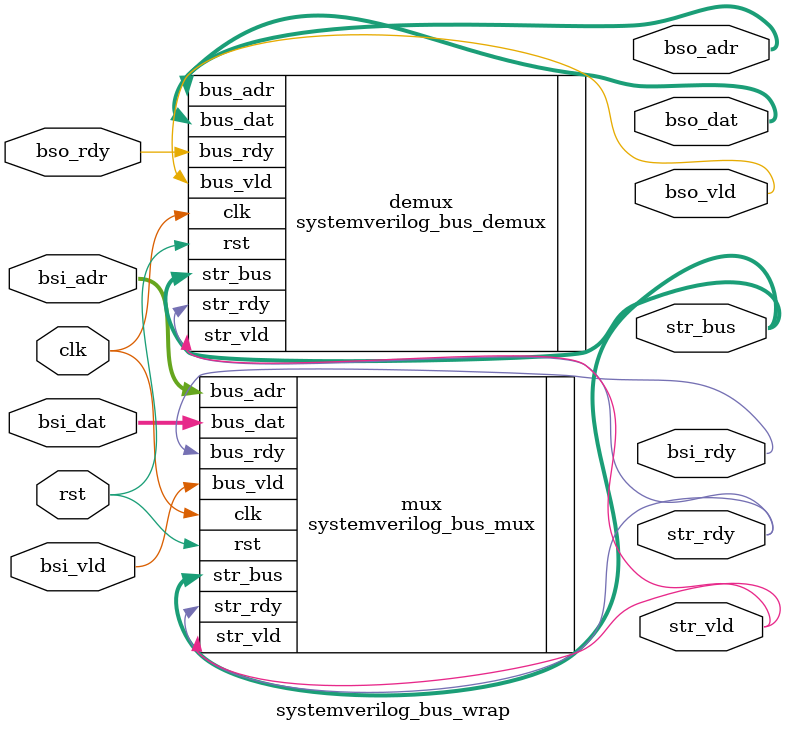
<source format=sv>

module systemverilog_bus_wrap (
  // system signals
  input  logic        clk,
  input  logic        rst,
  // input bus
  input  logic        bsi_vld,  // valid (chip select)
  input  logic [31:0] bsi_adr,  // address
  input  logic [31:0] bsi_dat,  // data
  output logic        bsi_rdy,  // ready (acknowledge)
  // stream
  output logic        str_vld,
  output logic  [7:0] str_bus,
  output logic        str_rdy,
  // output bus
  output logic        bso_vld,  // valid (chip select)
  output logic [31:0] bso_adr,  // address
  output logic [31:0] bso_dat,  // data
  input  logic        bso_rdy   // ready (acknowledge)
);

systemverilog_bus_mux mux (
  // system signals
  .clk      (clk),
  .rst      (rst),
  // input bus
  .bus_vld  (bsi_vld),
  .bus_adr  (bsi_adr),
  .bus_dat  (bsi_dat),
  .bus_rdy  (bsi_rdy),
  // output stream
  .str_vld  (str_vld),
  .str_bus  (str_bus),
  .str_rdy  (str_rdy)
);

systemverilog_bus_demux demux (
  // system signals
  .clk      (clk),
  .rst      (rst),
  // input stream
  .str_vld  (str_vld),
  .str_bus  (str_bus),
  .str_rdy  (str_rdy),
  // output bus
  .bus_vld  (bso_vld),
  .bus_adr  (bso_adr),
  .bus_dat  (bso_dat),
  .bus_rdy  (bso_rdy)
);

endmodule : systemverilog_bus_wrap

</source>
